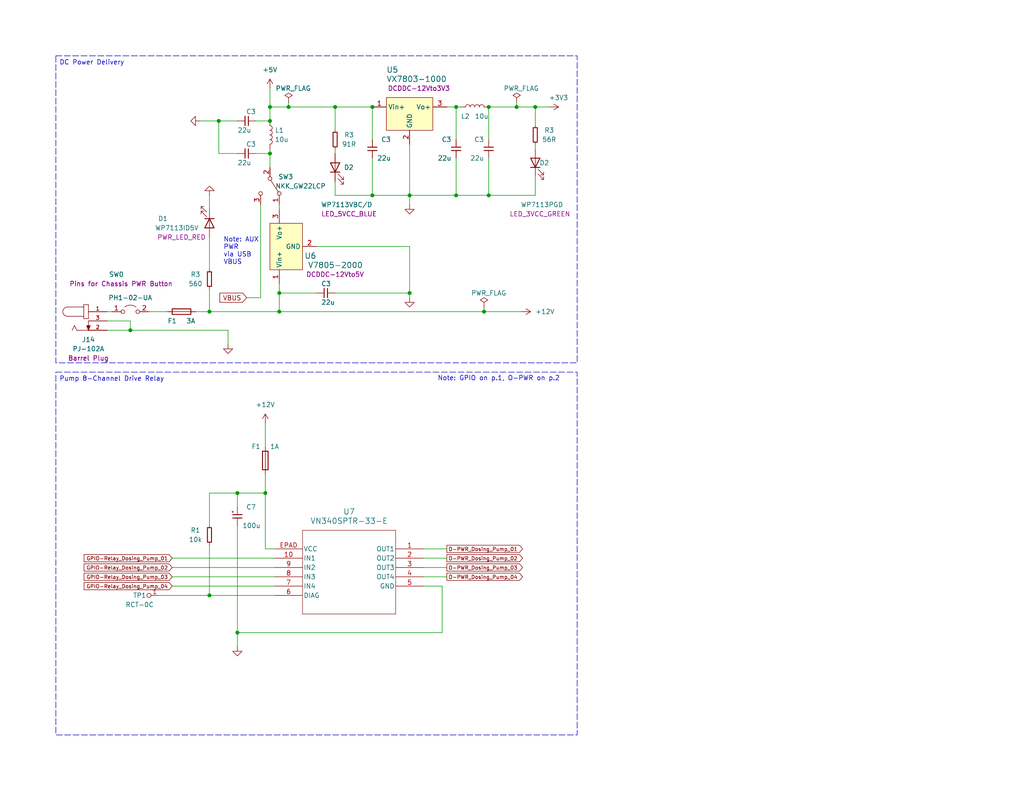
<source format=kicad_sch>
(kicad_sch (version 20230121) (generator eeschema)
  (paper "USLetter")
  (title_block (date "2024-01-30") (rev "48") (company "COEN/ELEC 490 Team 18"))
  (lib_symbols
    (symbol "Device:Fuse" (pin_numbers hide) (pin_names (offset 0))
      (property "Reference" "F" (at 2.032 0 90))
      (property "Value" "Fuse" (at -1.905 0 90))
      (symbol "Fuse_0_1"
        (rectangle (start -0.762 -2.54) (end 0.762 2.54) (stroke (width 0.254)))
        (polyline (pts (xy 0 2.54) (xy 0 -2.54)))
      )
      (symbol "Fuse_1_1"
        (pin passive line (at 0 3.81 270) (length 1.27) (name "~") (number "1"))
        (pin passive line (at 0 -3.81 90) (length 1.27) (name "~") (number "2"))
      )
    )
    (symbol "Device:L" (pin_numbers hide) (pin_names (offset 1.016) hide)
      (property "Reference" "L" (at -1.27 0 90))
      (property "Value" "L" (at 1.905 0 90))
      (symbol "L_0_1"
        (arc (start 0 -2.54) (mid 0.6323 -1.905) (end 0 -1.27))
        (arc (start 0 -1.27) (mid 0.6323 -0.635) (end 0 0))
        (arc (start 0 0) (mid 0.6323 0.635) (end 0 1.27))
        (arc (start 0 1.27) (mid 0.6323 1.905) (end 0 2.54))
      )
      (symbol "L_1_1"
        (pin passive line (at 0 3.81 270) (length 1.27) (name "1") (number "1"))
        (pin passive line (at 0 -3.81 90) (length 1.27) (name "2") (number "2"))
      )
    )
    (symbol "Device:LED" (pin_numbers hide) (pin_names (offset 1.016) hide)
      (property "Reference" "D" (at 0 2.54 0))
      (property "Value" "LED" (at 0 -2.54 0))
      (symbol "LED_0_1"
        (polyline (pts (xy -1.27 -1.27) (xy -1.27 1.27)) (stroke (width 0.254)))
        (polyline (pts (xy -1.27 0) (xy 1.27 0)))
        (polyline (pts (xy 1.27 -1.27) (xy 1.27 1.27) (xy -1.27 0) (xy 1.27 -1.27)) (stroke (width 0.254)))
        (polyline (pts (xy -3.048 -0.762) (xy -4.572 -2.286) (xy -3.81 -2.286) (xy -4.572 -2.286) (xy -4.572 -1.524)))
        (polyline (pts (xy -1.778 -0.762) (xy -3.302 -2.286) (xy -2.54 -2.286) (xy -3.302 -2.286) (xy -3.302 -1.524)))
      )
      (symbol "LED_1_1"
        (pin passive line (at -3.81 0 0) (length 2.54) (name "K") (number "1"))
        (pin passive line (at 3.81 0 180) (length 2.54) (name "A") (number "2"))
      )
    )
    (symbol "GND_6" (power) (pin_numbers hide) (pin_names (offset 0) hide)
      (property "Value" "GND_6" (at 0 -3.81 0))
      (symbol "GND_6_0_1"
        (polyline (pts (xy 0 0) (xy 0 -1.27) (xy 1.27 -1.27) (xy 0 -2.54) (xy -1.27 -1.27) (xy 0 -1.27)))
      )
      (symbol "GND_6_1_1"
        (pin power_in line (at 0 0 270) (length 0) hide (name "GND") (number "1"))
      )
    )
    (symbol "GND_9" (power) (pin_numbers hide) (pin_names (offset 0) hide)
      (property "Value" "GND_9" (at 0 -3.81 0))
      (symbol "GND_9_0_1"
        (polyline (pts (xy 0 0) (xy 0 -1.27) (xy 1.27 -1.27) (xy 0 -2.54) (xy -1.27 -1.27) (xy 0 -1.27)))
      )
      (symbol "GND_9_1_1"
        (pin power_in line (at 0 0 270) (length 0) hide (name "GND") (number "1"))
      )
    )
    (symbol "Jumper:Jumper_2_Open" (pin_names (offset 0) hide)
      (property "Reference" "JP" (at 0 2.794 0))
      (property "Value" "Jumper_2_Open" (at 0 -2.286 0))
      (symbol "Jumper_2_Open_0_0"
        (circle (center -2.032 0) (radius 0.508))
        (circle (center 2.032 0) (radius 0.508))
      )
      (symbol "Jumper_2_Open_0_1"
        (arc (start 1.524 1.27) (mid 0 1.778) (end -1.524 1.27))
      )
      (symbol "Jumper_2_Open_1_1"
        (pin passive line (at -5.08 0 0) (length 2.54) (name "A") (number "1"))
        (pin passive line (at 5.08 0 180) (length 2.54) (name "B") (number "2"))
      )
    )
    (symbol "PCM_Generic-50:C,IEC" (pin_numbers hide) (pin_names (offset 0) hide)
      (property "Reference" "C" (at 1.27 1.27 0))
      (property "Value" "C,IEC" (at 1.27 -1.27 0))
      (property "Indicator" "+" (at -1.27 1.27 0))
      (symbol "C,IEC_1_1"
        (polyline (pts (xy -1.27 -0.4572) (xy 1.27 -0.4572)) (stroke (width 0.254)))
        (polyline (pts (xy -1.27 0.4572) (xy 1.27 0.4572)) (stroke (width 0.254)))
        (pin passive line (at 0 2.54 270) (length 2.0828) (name "+") (number "1"))
        (pin passive line (at 0 -2.54 90) (length 2.0828) (name "-") (number "2"))
      )
    )
    (symbol "PCM_Generic-50:R,IEC" (pin_numbers hide) (pin_names (offset 0) hide)
      (property "Reference" "R" (at 1.27 1.27 0))
      (property "Value" "R,IEC" (at 1.27 -1.27 0))
      (symbol "R,IEC_1_1"
        (rectangle (start -0.5588 1.9812) (end 0.5588 -1.9812) (stroke (width 0.254)))
        (pin passive line (at 0 2.54 270) (length 0.5588) (name "+") (number "1"))
        (pin passive line (at 0 -2.54 90) (length 0.5588) (name "-") (number "2"))
      )
    )
    (symbol "PJ-102A:PJ-102A" (pin_names (offset 1.016))
      (property "Reference" "J" (at -7.6247 5.0831 0))
      (property "Value" "PJ-102A" (at -7.6284 -5.0856 0))
      (symbol "PJ-102A_0_0"
        (arc (start -5.715 3.81) (mid -6.9795 2.54) (end -5.715 1.27) (stroke (width 0.1524)))
        (polyline (pts (xy -5.715 3.81) (xy -1.27 3.81)) (stroke (width 0.1524)))
        (polyline (pts (xy -3.81 -1.27) (xy -4.445 -2.54)) (stroke (width 0.1524)))
        (polyline (pts (xy -3.175 -2.54) (xy -3.81 -1.27)) (stroke (width 0.1524)))
        (polyline (pts (xy -1.27 0.635) (xy 0 0.635)) (stroke (width 0.1524)))
        (polyline (pts (xy -1.27 1.27) (xy -5.715 1.27)) (stroke (width 0.1524)))
        (polyline (pts (xy -1.27 1.27) (xy -1.27 0.635)) (stroke (width 0.1524)))
        (polyline (pts (xy -1.27 3.81) (xy -1.27 1.27)) (stroke (width 0.1524)))
        (polyline (pts (xy -1.27 4.445) (xy -1.27 3.81)) (stroke (width 0.1524)))
        (polyline (pts (xy 0 -2.54) (xy -3.175 -2.54)) (stroke (width 0.1524)))
        (polyline (pts (xy 0 0) (xy 0 -2.54)) (stroke (width 0.1524)))
        (polyline (pts (xy 0 0.635) (xy 0 4.445)) (stroke (width 0.1524)))
        (polyline (pts (xy 0 4.445) (xy -1.27 4.445)) (stroke (width 0.1524)))
        (polyline (pts (xy 0 -2.54) (xy -0.508 -1.27) (xy 0.508 -1.27) (xy 0 -2.54)) (stroke (width 0.1524)) (fill (type outline)))
        (pin passive line (at 5.08 2.54 180) (length 5.08) (name "~") (number "1"))
        (pin passive line (at 5.08 -2.54 180) (length 5.08) (name "~") (number "2"))
        (pin passive line (at 5.08 0 180) (length 5.08) (name "~") (number "3"))
      )
    )
    (symbol "POWERSO-10_STM:VN340SPTR-33-E" (pin_names (offset 0.254))
      (property "Reference" "U" (at 20.32 10.16 0))
      (property "Value" "VN340SPTR-33-E" (at 20.32 7.62 0))
      (symbol "VN340SPTR-33-E_0_1"
        (polyline (pts (xy 7.62 -17.78) (xy 33.02 -17.78)) (stroke (width 0.127)))
        (polyline (pts (xy 7.62 5.08) (xy 7.62 -17.78)) (stroke (width 0.127)))
        (polyline (pts (xy 33.02 -17.78) (xy 33.02 5.08)) (stroke (width 0.127)))
        (polyline (pts (xy 33.02 5.08) (xy 7.62 5.08)) (stroke (width 0.127)))
        (pin output line (at 0 0 0) (length 7.62) (name "OUT1") (number "1"))
        (pin input line (at 40.64 -2.54 180) (length 7.62) (name "IN1") (number "10"))
        (pin output line (at 0 -2.54 0) (length 7.62) (name "OUT2") (number "2"))
        (pin output line (at 0 -5.08 0) (length 7.62) (name "OUT3") (number "3"))
        (pin output line (at 0 -7.62 0) (length 7.62) (name "OUT4") (number "4"))
        (pin power_in line (at 0 -10.16 0) (length 7.62) (name "GND") (number "5"))
        (pin input line (at 40.64 -12.7 180) (length 7.62) (name "DIAG") (number "6"))
        (pin input line (at 40.64 -10.16 180) (length 7.62) (name "IN4") (number "7"))
        (pin input line (at 40.64 -7.62 180) (length 7.62) (name "IN3") (number "8"))
        (pin input line (at 40.64 -5.08 180) (length 7.62) (name "IN2") (number "9"))
        (pin power_in line (at 40.64 0 180) (length 7.62) (name "VCC") (number "EPAD"))
      )
    )
    (symbol "Switch:SW_SPDT" (pin_names (offset 0) hide)
      (property "Reference" "SW" (at 0 4.318 0))
      (property "Value" "SW_SPDT" (at 0 -5.08 0))
      (symbol "SW_SPDT_0_0"
        (circle (center -2.032 0) (radius 0.508))
        (circle (center 2.032 -2.54) (radius 0.508))
      )
      (symbol "SW_SPDT_0_1"
        (polyline (pts (xy -1.524 0.254) (xy 1.651 2.286)))
        (circle (center 2.032 2.54) (radius 0.508))
      )
      (symbol "SW_SPDT_1_1"
        (pin passive line (at 5.08 2.54 180) (length 2.54) (name "A") (number "1"))
        (pin passive line (at -5.08 0 0) (length 2.54) (name "B") (number "2"))
        (pin passive line (at 5.08 -2.54 180) (length 2.54) (name "C") (number "3"))
      )
    )
    (symbol "dk_DC-DC-Converters:V7805-1000"
      (property "Reference" "U" (at -6.35 6.35 0))
      (property "Value" "V7805-1000" (at 1.27 -5.08 0))
      (symbol "V7805-1000_0_1"
        (rectangle (start -6.35 5.08) (end 6.35 -3.81) (fill (type background)))
      )
      (symbol "V7805-1000_1_1"
        (pin power_in line (at -10.16 2.54 0) (length 3.81) (name "Vin+") (number "1"))
        (pin power_in line (at 0 -7.62 90) (length 3.81) (name "GND") (number "2"))
        (pin power_out line (at 10.16 2.54 180) (length 3.81) (name "Vo+") (number "3"))
      )
    )
    (symbol "dk_Test-Points:RCT-0C" (pin_names (offset 1.016))
      (property "Reference" "TP" (at -2.54 1.27 0))
      (property "Value" "RCT-0C" (at 0 -2.54 0))
      (symbol "RCT-0C_0_1"
        (circle (center 0 0) (radius 0.5588))
      )
      (symbol "RCT-0C_1_1"
        (pin passive line (at 0 2.54 270) (length 1.905) (name "~") (number "1"))
      )
    )
    (symbol "power:+12V" (power) (pin_numbers hide) (pin_names (offset 0) hide)
      (property "Value" "+12V" (at 0 3.556 0))
      (symbol "+12V_0_1"
        (polyline (pts (xy -0.762 1.27) (xy 0 2.54)))
        (polyline (pts (xy 0 0) (xy 0 2.54)))
        (polyline (pts (xy 0 2.54) (xy 0.762 1.27)))
      )
      (symbol "+12V_1_1"
        (pin power_in line (at 0 0 90) (length 0) hide (name "+12V") (number "1"))
      )
    )
    (symbol "power:+3V3" (power) (pin_numbers hide) (pin_names (offset 0) hide)
      (property "Value" "+3V3" (at 0 3.556 0))
      (symbol "+3V3_0_1"
        (polyline (pts (xy -0.762 1.27) (xy 0 2.54)))
        (polyline (pts (xy 0 0) (xy 0 2.54)))
        (polyline (pts (xy 0 2.54) (xy 0.762 1.27)))
      )
      (symbol "+3V3_1_1"
        (pin power_in line (at 0 0 90) (length 0) hide (name "+3V3") (number "1"))
      )
    )
    (symbol "power:+5V" (power) (pin_numbers hide) (pin_names (offset 0) hide)
      (property "Value" "+5V" (at 0 3.556 0))
      (symbol "+5V_0_1"
        (polyline (pts (xy -0.762 1.27) (xy 0 2.54)))
        (polyline (pts (xy 0 0) (xy 0 2.54)))
        (polyline (pts (xy 0 2.54) (xy 0.762 1.27)))
      )
      (symbol "+5V_1_1"
        (pin power_in line (at 0 0 90) (length 0) hide (name "+5V") (number "1"))
      )
    )
    (symbol "power:GND" (power) (pin_numbers hide) (pin_names (offset 0) hide)
      (property "Value" "GND" (at 0 -3.81 0))
      (symbol "GND_0_1"
        (polyline (pts (xy 0 0) (xy 0 -1.27) (xy 1.27 -1.27) (xy 0 -2.54) (xy -1.27 -1.27) (xy 0 -1.27)))
      )
      (symbol "GND_1_1"
        (pin power_in line (at 0 0 270) (length 0) hide (name "GND") (number "1"))
      )
    )
    (symbol "power:PWR_FLAG" (power) (pin_numbers hide) (pin_names (offset 0) hide)
      (property "Value" "PWR_FLAG" (at 0 3.81 0))
      (symbol "PWR_FLAG_0_0"
        (pin power_out line (at 0 0 90) (length 0) (name "pwr") (number "1"))
      )
      (symbol "PWR_FLAG_0_1"
        (polyline (pts (xy 0 0) (xy 0 1.27) (xy -1.016 1.905) (xy 0 2.54) (xy 1.016 1.905) (xy 0 1.27)))
      )
    )
  )
  (junction (at 91.44 29.21))
  (junction (at 111.76 53.34))
  (junction (at 78.74 29.21))
  (junction (at 133.35 53.34))
  (junction (at 101.6 29.21))
  (junction (at 73.66 29.21))
  (junction (at 57.15 85.09))
  (junction (at 35.56 90.17))
  (junction (at 64.77 172.72))
  (junction (at 124.46 53.34))
  (junction (at 133.35 29.21))
  (junction (at 73.66 33.02))
  (junction (at 101.6 53.34))
  (junction (at 76.2 85.09))
  (junction (at 57.15 162.56))
  (junction (at 124.46 29.21))
  (junction (at 73.66 41.91))
  (junction (at 111.76 80.01))
  (junction (at 64.77 134.62))
  (junction (at 146.05 29.21))
  (junction (at 140.97 29.21))
  (junction (at 76.2 80.01))
  (junction (at 132.08 85.09))
  (junction (at 72.39 134.62))
  (junction (at 59.69 33.02))
  (wire (pts (xy 53.34 85.09) (xy 57.15 85.09)))
  (wire (pts (xy 46.99 157.48) (xy 74.93 157.48)))
  (wire (pts (xy 146.05 40.64) (xy 146.05 39.37)))
  (wire (pts (xy 69.85 33.02) (xy 73.66 33.02)))
  (wire (pts (xy 111.76 53.34) (xy 124.46 53.34)))
  (wire (pts (xy 73.66 29.21) (xy 73.66 33.02)))
  (wire (pts (xy 124.46 29.21) (xy 124.46 38.1)))
  (wire (pts (xy 29.21 85.09) (xy 30.48 85.09)))
  (wire (pts (xy 78.74 27.94) (xy 78.74 29.21)))
  (wire (pts (xy 133.35 29.21) (xy 140.97 29.21)))
  (wire (pts (xy 57.15 64.77) (xy 57.15 73.66)))
  (wire (pts (xy 35.56 90.17) (xy 62.23 90.17)))
  (wire (pts (xy 132.08 83.82) (xy 132.08 85.09)))
  (wire (pts (xy 101.6 38.1) (xy 101.6 29.21)))
  (wire (pts (xy 91.44 49.53) (xy 91.44 53.34)))
  (wire (pts (xy 64.77 134.62) (xy 72.39 134.62)))
  (wire (pts (xy 64.77 143.51) (xy 64.77 172.72)))
  (wire (pts (xy 35.56 87.63) (xy 35.56 90.17)))
  (wire (pts (xy 72.39 149.86) (xy 74.93 149.86)))
  (wire (pts (xy 76.2 55.88) (xy 76.2 57.15)))
  (wire (pts (xy 121.92 149.86) (xy 115.57 149.86)))
  (wire (pts (xy 73.66 29.21) (xy 78.74 29.21)))
  (wire (pts (xy 46.99 154.94) (xy 74.93 154.94)))
  (wire (pts (xy 91.44 80.01) (xy 111.76 80.01)))
  (wire (pts (xy 72.39 129.54) (xy 72.39 134.62)))
  (wire (pts (xy 71.12 55.88) (xy 71.12 81.28)))
  (wire (pts (xy 57.15 78.74) (xy 57.15 85.09)))
  (wire (pts (xy 91.44 41.91) (xy 91.44 40.64)))
  (wire (pts (xy 64.77 172.72) (xy 64.77 176.53)))
  (wire (pts (xy 76.2 85.09) (xy 132.08 85.09)))
  (wire (pts (xy 78.74 29.21) (xy 91.44 29.21)))
  (wire (pts (xy 57.15 143.51) (xy 57.15 134.62)))
  (wire (pts (xy 43.18 162.56) (xy 57.15 162.56)))
  (wire (pts (xy 91.44 53.34) (xy 101.6 53.34)))
  (wire (pts (xy 120.65 160.02) (xy 115.57 160.02)))
  (wire (pts (xy 101.6 43.18) (xy 101.6 53.34)))
  (wire (pts (xy 121.92 154.94) (xy 115.57 154.94)))
  (wire (pts (xy 64.77 134.62) (xy 64.77 138.43)))
  (wire (pts (xy 146.05 29.21) (xy 149.86 29.21)))
  (wire (pts (xy 73.66 24.13) (xy 73.66 29.21)))
  (wire (pts (xy 121.92 157.48) (xy 115.57 157.48)))
  (wire (pts (xy 124.46 29.21) (xy 125.73 29.21)))
  (wire (pts (xy 120.65 160.02) (xy 120.65 172.72)))
  (wire (pts (xy 121.92 29.21) (xy 124.46 29.21)))
  (wire (pts (xy 132.08 85.09) (xy 142.24 85.09)))
  (wire (pts (xy 124.46 53.34) (xy 133.35 53.34)))
  (wire (pts (xy 140.97 29.21) (xy 146.05 29.21)))
  (wire (pts (xy 64.77 172.72) (xy 120.65 172.72)))
  (wire (pts (xy 91.44 29.21) (xy 101.6 29.21)))
  (wire (pts (xy 29.21 87.63) (xy 35.56 87.63)))
  (wire (pts (xy 72.39 134.62) (xy 72.39 149.86)))
  (wire (pts (xy 133.35 53.34) (xy 146.05 53.34)))
  (wire (pts (xy 54.61 33.02) (xy 59.69 33.02)))
  (wire (pts (xy 91.44 29.21) (xy 91.44 35.56)))
  (wire (pts (xy 111.76 55.88) (xy 111.76 53.34)))
  (wire (pts (xy 76.2 77.47) (xy 76.2 80.01)))
  (wire (pts (xy 46.99 152.4) (xy 74.93 152.4)))
  (wire (pts (xy 72.39 115.57) (xy 72.39 121.92)))
  (wire (pts (xy 140.97 27.94) (xy 140.97 29.21)))
  (wire (pts (xy 146.05 48.26) (xy 146.05 53.34)))
  (wire (pts (xy 57.15 162.56) (xy 74.93 162.56)))
  (wire (pts (xy 133.35 43.18) (xy 133.35 53.34)))
  (wire (pts (xy 133.35 29.21) (xy 133.35 38.1)))
  (wire (pts (xy 57.15 148.59) (xy 57.15 162.56)))
  (wire (pts (xy 101.6 53.34) (xy 111.76 53.34)))
  (wire (pts (xy 62.23 90.17) (xy 62.23 93.98)))
  (wire (pts (xy 46.99 160.02) (xy 74.93 160.02)))
  (wire (pts (xy 124.46 43.18) (xy 124.46 53.34)))
  (wire (pts (xy 111.76 39.37) (xy 111.76 53.34)))
  (wire (pts (xy 59.69 41.91) (xy 64.77 41.91)))
  (wire (pts (xy 59.69 33.02) (xy 59.69 41.91)))
  (wire (pts (xy 76.2 80.01) (xy 76.2 85.09)))
  (wire (pts (xy 73.66 41.91) (xy 73.66 45.72)))
  (wire (pts (xy 57.15 53.34) (xy 57.15 57.15)))
  (wire (pts (xy 73.66 41.91) (xy 73.66 40.64)))
  (wire (pts (xy 69.85 41.91) (xy 73.66 41.91)))
  (wire (pts (xy 111.76 81.28) (xy 111.76 80.01)))
  (wire (pts (xy 146.05 29.21) (xy 146.05 34.29)))
  (wire (pts (xy 121.92 152.4) (xy 115.57 152.4)))
  (wire (pts (xy 86.36 67.31) (xy 111.76 67.31)))
  (wire (pts (xy 35.56 90.17) (xy 29.21 90.17)))
  (wire (pts (xy 59.69 33.02) (xy 64.77 33.02)))
  (wire (pts (xy 111.76 80.01) (xy 111.76 67.31)))
  (wire (pts (xy 40.64 85.09) (xy 45.72 85.09)))
  (wire (pts (xy 57.15 85.09) (xy 76.2 85.09)))
  (wire (pts (xy 67.31 81.28) (xy 71.12 81.28)))
  (wire (pts (xy 57.15 134.62) (xy 64.77 134.62)))
  (wire (pts (xy 76.2 80.01) (xy 86.36 80.01)))
  (text_box "DC Power Delivery" (at 15.24 15.24 0) (size 142.24 83.82) (stroke (width 0) (type dash)) (effects (font (size 1.27 1.27)) (justify left top)))
  (text_box "Pump 8-Channel Drive Relay" (at 15.24 101.6 0) (size 142.24 99.06) (stroke (width 0) (type dash)) (effects (font (size 1.27 1.27)) (justify left top)))
  (text "Note: AUX \nPWR\nvia USB \nVBUS" (at 60.96 72.39 0) (effects (font (size 1.27 1.27)) (justify left bottom)))
  (text "Note: GPIO on p.1, O-PWR on p.2" (at 119.38 104.14 0) (effects (font (size 1.27 1.27)) (justify left bottom)))
  (global_label "GPIO-Relay_Dosing_Pump_01" (shape input) (at 46.99 152.4 180) (effects (font (size 1 1))) (property "Intersheetrefs" "${INTERSHEET_REFS}" (effects hide)))
  (global_label "GPIO-Relay_Dosing_Pump_02" (shape input) (at 46.99 154.94 180) (effects (font (size 1 1))) (property "Intersheetrefs" "${INTERSHEET_REFS}" (effects hide)))
  (global_label "O-PWR_Dosing_Pump_04" (shape output) (at 121.92 157.48 0) (effects (font (size 1 1))) (property "Intersheetrefs" "${INTERSHEET_REFS}" (effects hide)))
  (global_label "O-PWR_Dosing_Pump_02" (shape output) (at 121.92 152.4 0) (effects (font (size 1 1))) (property "Intersheetrefs" "${INTERSHEET_REFS}" (effects hide)))
  (global_label "O-PWR_Dosing_Pump_01" (shape output) (at 121.92 149.86 0) (effects (font (size 1 1))) (property "Intersheetrefs" "${INTERSHEET_REFS}" (effects hide)))
  (global_label "GPIO-Relay_Dosing_Pump_03" (shape input) (at 46.99 157.48 180) (effects (font (size 1 1))) (property "Intersheetrefs" "${INTERSHEET_REFS}" (effects hide)))
  (global_label "O-PWR_Dosing_Pump_03" (shape output) (at 121.92 154.94 0) (effects (font (size 1 1))) (property "Intersheetrefs" "${INTERSHEET_REFS}" (effects hide)))
  (global_label "GPIO-Relay_Dosing_Pump_04" (shape input) (at 46.99 160.02 180) (effects (font (size 1 1))) (property "Intersheetrefs" "${INTERSHEET_REFS}" (effects hide)))
  (global_label "VBUS" (shape input) (at 67.31 81.28 180) (property "Intersheetrefs" "${INTERSHEET_REFS}" (effects hide)))
  (symbol (lib_id "PCM_Generic-50:C,IEC") (at 133.35 40.64 180) (unit 1)
    (property "Reference" "C3" (at 132.08 38.1 0) (effects (justify left)))
    (property "Value" "22u" (at 132.08 43.18 0) (effects (justify left)))
    (property "Footprint" "Capacitor_THT:C_Disc_D7.5mm_W5.0mm_P7.50mm" (effects hide))
    (property "Indicator" "+" (effects hide))
    (property "Description" "THT CER Radial Capacitor" (effects hide))
    (property "Package" "Radial" (effects hide))
    (property "Type" "Tru-Hole" (effects hide))
    (property "Digi-Key_PN" "445-181008-ND" (effects hide))
    (property "MPN" "CC45SL3JD220JYGNA" (effects hide))
    (property "Manufacturer" "TDK Corporation" (effects hide))
    (property "Price" "0.37000" (effects hide))
    (property "Supplier" "Digikey" (effects hide))
    (instances (project "490 Project PCB" (path "" (reference "C3") (unit 1)) (path "" (reference "C10") (unit 1))))
  )
  (symbol (lib_id "power:GND") (at 54.61 33.02 270) (mirror x) (unit 1)
    (property "Reference" "#PWR020" (effects hide))
    (property "Value" "GND" (effects hide))
    (instances (project "490 Project PCB" (path "" (reference "#PWR020") (unit 1)) (path "" (reference "#PWR044") (unit 1))))
  )
  (symbol (lib_id "Device:LED") (at 57.15 60.96 270) (unit 1)
    (property "Reference" "D1" (at 44.45 59.69 90))
    (property "Value" "WP7113ID5V" (at 48.26 62.23 90))
    (property "Footprint" "LED_THT:LED_D3.0mm" (effects hide))
    (property "Model" "LTHxMM12V" (effects hide))
    (property "Human Read Label" "PWR_LED_RED" (at 49.53 64.77 90))
    (property "MPN" "WP7113ID5V" (effects hide))
    (property "Manufacturer" "Kingbright" (effects hide))
    (property "Description" "12V Resistor LED: LED RED CLEAR T-1 T/H" (effects hide))
    (property "Digi-Key_PN" "LTH3MM12VFR4100-ND" (effects hide))
    (property "Package" "Radial" (effects hide))
    (property "Type" "Tru-Hole" (effects hide))
    (property "Price" "1.78000" (effects hide))
    (property "Supplier" "Digikey" (effects hide))
    (instances (project "490 Project PCB" (path "" (reference "D1") (unit 1)) (path "" (reference "D6") (unit 1))))
  )
  (symbol (lib_id "PCM_Generic-50:R,IEC") (at 146.05 36.83 0) (unit 1)
    (property "Reference" "R3" (at 149.86 35.56 0))
    (property "Value" "56R" (at 149.86 38.1 0))
    (property "Footprint" "Resistor_THT:R_Axial_DIN0207_L6.3mm_D2.5mm_P7.62mm_Horizontal" (effects hide))
    (property "Indicator" "+" (effects hide))
    (property "Description" "THT Axial Resistor" (effects hide))
    (property "Package" "Axial" (effects hide))
    (property "Type" "Tru-Hole" (effects hide))
    (property "Family" "CFR-25JR" (effects hide))
    (property "MPN" "CFR-25JR-56R" (effects hide))
    (property "Manufacturer" "YAGEO" (effects hide))
    (property "Price" "0.15000" (effects hide))
    (property "Supplier" "Digikey" (effects hide))
    (property "Digi-Key_PN" "13-CFR-25JR-52-56RTR-ND" (effects hide))
    (instances (project "490 Project PCB" (path "" (reference "R3") (unit 1)) (path "" (reference "R10") (unit 1)) (path "" (reference "R7") (unit 1))))
  )
  (symbol (lib_id "PJ-102A:PJ-102A") (at 24.13 87.63 0) (unit 1)
    (property "Reference" "J14" (at 24.13 92.71 0))
    (property "Value" "PJ-102A" (at 24.13 95.25 0))
    (property "Footprint" "PJ-102:PJ-102A" (effects hide))
    (property "Datasheet" "https://www.cui.com/product/resource/digikeypdf/pj-102a.pdf" (effects hide))
    (property "Digi-Key_PN" "CP-102A-ND" (effects hide))
    (property "MPN" "PJ-102A" (effects hide))
    (property "Category" "Connectors, Interconnects" (effects hide))
    (property "Family" "Barrel - Power Connectors" (effects hide))
    (property "DK_Datasheet_Link" "https://www.cui.com/product/resource/digikeypdf/pj-102a.pdf" (effects hide))
    (property "DK_Detail_Page" "/product-detail/en/cui-inc/PJ-102A/CP-102A-ND/275425" (effects hide))
    (property "Description" "CONN PWR JACK 2X5.5MM SOLDER" (effects hide))
    (property "Manufacturer" "CUI Inc." (effects hide))
    (property "Status" "Active" (effects hide))
    (property "Human Read Label" "Barrel Plug" (at 24.13 97.79 0))
    (property "Type" "Tru-Hole" (effects hide))
    (property "Price" "0.94000" (effects hide))
    (property "Supplier" "Digikey" (effects hide))
    (property "STANDARD" "Manufacturer recommendations" (effects hide))
    (property "PART_REV" "1.03" (effects hide))
    (property "MANUFACTURER" "CUI INC" (effects hide))
    (instances (project "490 Project PCB" (path "" (reference "J14") (unit 1)) (path "" (reference "J9") (unit 1))))
  )
  (symbol (lib_id "PCM_Generic-50:R,IEC") (at 57.15 76.2 0) (mirror x) (unit 1)
    (property "Reference" "R3" (at 53.34 74.93 0))
    (property "Value" "560" (at 53.34 77.47 0))
    (property "Footprint" "Resistor_THT:R_Axial_DIN0207_L6.3mm_D2.5mm_P7.62mm_Horizontal" (effects hide))
    (property "Indicator" "+" (effects hide))
    (property "Description" "THT Axial Resistor" (effects hide))
    (property "Package" "Axial" (effects hide))
    (property "Type" "Tru-Hole" (effects hide))
    (property "Family" "CFR-25JR" (effects hide))
    (property "MPN" "CFR-25JR-560R" (effects hide))
    (property "Manufacturer" "YAGEO" (effects hide))
    (property "Price" "0.15000" (effects hide))
    (property "Supplier" "Digikey" (effects hide))
    (property "Digi-Key_PN" "13-CFR-25JR-52-560RTR-ND" (effects hide))
    (instances (project "490 Project PCB" (path "" (reference "R3") (unit 1)) (path "" (reference "R9") (unit 1)) (path "" (reference "R15") (unit 1))))
  )
  (symbol (lib_id "PCM_Generic-50:C,IEC") (at 67.31 33.02 90) (unit 1)
    (property "Reference" "C3" (at 69.85 30.48 90) (effects (justify left)))
    (property "Value" "22u" (at 68.58 35.56 90) (effects (justify left)))
    (property "Footprint" "Capacitor_THT:C_Disc_D7.5mm_W5.0mm_P7.50mm" (effects hide))
    (property "Indicator" "+" (effects hide))
    (property "Description" "THT CER Radial Capacitor" (effects hide))
    (property "Package" "Radial" (effects hide))
    (property "Type" "Tru-Hole" (effects hide))
    (property "Digi-Key_PN" "445-181008-ND" (effects hide))
    (property "MPN" "CC45SL3JD220JYGNA" (effects hide))
    (property "Manufacturer" "TDK Corporation" (effects hide))
    (property "Price" "0.37000" (effects hide))
    (property "Supplier" "Digikey" (effects hide))
    (instances (project "490 Project PCB" (path "" (reference "C3") (unit 1)) (path "" (reference "C20") (unit 1))))
  )
  (symbol (lib_name "GND_6") (lib_id "power:GND") (at 111.76 81.28 0) (unit 1)
    (property "Reference" "#PWR016" (effects hide))
    (property "Value" "GND" (effects hide))
    (instances (project "490 Project PCB" (path "" (reference "#PWR016") (unit 1)) (path "" (reference "#PWR048") (unit 1))))
  )
  (symbol (lib_id "Jumper:Jumper_2_Open") (at 35.56 85.09 0) (unit 1)
    (property "Reference" "SW0" (at 31.75 74.93 0))
    (property "Value" "PH1-02-UA" (at 35.56 81.28 0))
    (property "Footprint" "Connector_PinHeader_2.54mm:PinHeader_1x02_P2.54mm_Vertical" (effects hide))
    (property "MPN" "PH1-02-UA" (effects hide))
    (property "Human Read Label" "Pins for Chassis PWR Button" (at 33.02 77.47 0))
    (property "Description" "Connector Header Through Hole 2 position 0.100\" (2.54mm)" (effects hide))
    (property "Digi-Key_PN" "2057-PH1-02-UA-ND" (effects hide))
    (property "Manufacturer" "Adam Tech" (effects hide))
    (property "Package" "CONN HEADER VERT 2POS 2.54MM" (effects hide))
    (property "Price" "0.14000" (effects hide))
    (property "Supplier" "Digikey" (effects hide))
    (property "Type" "Tru-Hole" (effects hide))
  )
  (symbol (lib_id "Device:LED") (at 146.05 44.45 90) (unit 1)
    (property "Reference" "D2" (at 149.86 44.45 90) (effects (justify left)))
    (property "Value" "WP7113PGD" (at 153.67 55.88 90) (effects (justify left)))
    (property "Footprint" "LED_THT:LED_D3.0mm" (effects hide))
    (property "Human Read Label" "LED_3VCC_GREEN" (at 147.32 58.42 90))
    (property "Description" "LED Green: LED GREEN DIFFUSED T-1 3/4 T/H" (effects hide))
    (property "Package" "Radial" (effects hide))
    (property "Suplier P/N" "WP7113ZGC" (effects hide))
    (property "Type" "Tru-Hole" (effects hide))
    (property "Digi-Key_PN" "754-1897-ND" (effects hide))
    (property "MPN" "WP7113PGD" (effects hide))
    (property "Manufacturer" "Kingbright" (effects hide))
    (property "Price" "0.58000" (effects hide))
    (property "Supplier" "Digikey" (effects hide))
    (instances (project "490 Project PCB" (path "" (reference "D2") (unit 1)) (path "" (reference "D5") (unit 1))))
  )
  (symbol (lib_id "Switch:SW_SPDT") (at 73.66 50.8 270) (unit 1)
    (property "Reference" "SW3" (at 80.01 48.26 90) (effects (justify right)))
    (property "Value" "NKK_GW22LCP" (at 88.9 50.8 90) (effects (justify right)))
    (property "Footprint" "Button_Switch_THT:SW_NKK_GW12LJP" (effects hide))
    (property "Datasheet" "https://www.nkkswitches.com/pdf/GW.pdf" (effects hide))
    (property "MPN" "GW22LCP" (effects hide))
    (property "Manufacturer" "NKK Switches" (effects hide))
    (property "Description" "SWITCH ROCKER DPDT 0.4VA 28V" (effects hide))
    (property "Digi-Key_PN" "360-2804-ND" (effects hide))
    (property "Type" "Tru-Hole" (effects hide))
    (property "Price" "5.99000" (effects hide))
    (property "Supplier" "Digikey" (effects hide))
  )
  (symbol (lib_id "Device:Fuse") (at 72.39 125.73 180) (unit 1)
    (property "Reference" "F1" (at 69.85 121.92 0))
    (property "Value" "1A" (at 74.93 121.92 0))
    (property "Footprint" "Keystone - 4628:FUSE_4628" (effects hide))
    (property "MPN" "4628" (effects hide))
    (property "STANDARD" "Manufacturer Recommendation" (effects hide))
    (property "SNAPEDA_PN" "4628" (effects hide))
    (property "MAXIMUM_PACKAGE_HEIGHT" "11.99mm" (effects hide))
    (property "MANUFACTURER" "Keystone" (effects hide))
    (property "Description" "Fuse Holder 5 A 250V 1 Circuit Cartridge Through Hole" (effects hide))
    (property "Digi-Key_PN" "36-4628-ND" (effects hide))
    (property "Manufacturer" "Keystone" (effects hide))
    (property "Package" "5mm x 20mm" (effects hide))
    (property "Price" "1.04000" (effects hide))
    (property "Supplier" "Digikey" (effects hide))
    (property "Type" "Tru-Hole" (effects hide))
    (instances (project "490 Project PCB" (path "" (reference "F1") (unit 1)) (path "" (reference "XF4") (unit 1))))
  )
  (symbol (lib_id "PCM_Generic-50:R,IEC") (at 57.15 146.05 0) (mirror y) (unit 1)
    (property "Reference" "R1" (at 53.34 144.78 0))
    (property "Value" "10k" (at 53.34 147.32 0))
    (property "Footprint" "Resistor_THT:R_Axial_DIN0207_L6.3mm_D2.5mm_P7.62mm_Horizontal" (effects hide))
    (property "Indicator" "+" (effects hide))
    (property "Description" "THT Axial Resistor" (effects hide))
    (property "Package" "Axial" (effects hide))
    (property "Type" "Tru-Hole" (effects hide))
    (property "Family" "CFR-25JR" (effects hide))
    (property "MPN" "CFR-25JR-10K" (effects hide))
    (property "Manufacturer" "YAGEO" (effects hide))
    (property "Price" "0.15000" (effects hide))
    (property "Supplier" "Digikey" (effects hide))
    (property "Digi-Key_PN" "13-CFR-25JR-52-10KTR-ND" (effects hide))
    (instances (project "490 Project PCB" (path "" (reference "R1") (unit 1)) (path "" (reference "R19") (unit 1))))
  )
  (symbol (lib_id "dk_DC-DC-Converters:V7805-1000") (at 111.76 31.75 0) (unit 1)
    (property "Reference" "U5" (at 105.41 19.05 0) (effects (font (size 1.524 1.524)) (justify left)))
    (property "Value" "VX7803-1000" (at 105.41 21.59 0) (effects (font (size 1.524 1.524)) (justify left)))
    (property "Footprint" "digikey-footprints:3-SIP_Module_V7805-1000" (effects hide))
    (property "Datasheet" "https://www.cui.com/product/resource/digikeypdf/v78xx-1000.pdf" (effects hide))
    (property "Digi-Key_PN" "102-4252-ND" (effects hide))
    (property "MPN" "VX7803-1000" (effects hide))
    (property "Category" "Power Supplies - Board Mount" (effects hide))
    (property "Family" "DC DC Converters" (effects hide))
    (property "DK_Datasheet_Link" "https://www.cui.com/product/resource/digikeypdf/v78xx-1000.pdf" (effects hide))
    (property "DK_Detail_Page" "/product-detail/en/cui-inc/V7805-1000/102-1715-ND/1828608" (effects hide))
    (property "Description" "Linear Regulator Replacement DC DC Converter 1 Output 3.3V 1A 6V - 36V Input" (effects hide))
    (property "Manufacturer" "CUI Inc." (effects hide))
    (property "Status" "Active" (effects hide))
    (property "Human Read Label" "DCDDC-12Vto3V3" (at 114.3 24.13 0))
    (property "Package" "3-SIP Module" (effects hide))
    (property "Type" "Tru-Hole" (effects hide))
    (property "Price" "4.88000" (effects hide))
    (property "Supplier" "Digikey" (effects hide))
  )
  (symbol (lib_id "power:+3V3") (at 149.86 29.21 270) (mirror x) (unit 1)
    (property "Reference" "#PWR017" (effects hide))
    (property "Value" "+3V3" (at 152.4 26.67 90))
    (instances (project "490 Project PCB" (path "" (reference "#PWR017") (unit 1)) (path "" (reference "#PWR043") (unit 1))))
  )
  (symbol (lib_id "power:PWR_FLAG") (at 78.74 27.94 0) (mirror y) (unit 1)
    (property "Reference" "#FLG02" (effects hide))
    (property "Value" "PWR_FLAG" (at 80.01 24.13 0))
  )
  (symbol (lib_id "power:+12V") (at 72.39 115.57 0) (unit 1)
    (property "Reference" "#PWR037" (effects hide))
    (property "Value" "+12V" (at 72.39 110.49 0))
    (instances (project "490 Project PCB" (path "" (reference "#PWR037") (unit 1)) (path "" (reference "#PWR045") (unit 1))))
  )
  (symbol (lib_id "power:+12V") (at 142.24 85.09 270) (unit 1)
    (property "Reference" "#PWR037" (effects hide))
    (property "Value" "+12V" (at 146.05 85.09 90) (effects (justify left)))
    (instances (project "490 Project PCB" (path "" (reference "#PWR037") (unit 1)) (path "" (reference "#PWR049") (unit 1))))
  )
  (symbol (lib_id "dk_DC-DC-Converters:V7805-1000") (at 78.74 67.31 90) (unit 1)
    (property "Reference" "U6" (at 86.36 69.85 90) (effects (font (size 1.524 1.524)) (justify left)))
    (property "Value" "V7805-2000" (at 99.06 72.39 90) (effects (font (size 1.524 1.524)) (justify left)))
    (property "Footprint" "digikey-footprints:3-SIP_Module_V7805-1000" (effects hide))
    (property "Datasheet" "https://www.cui.com/product/resource/digikeypdf/v78xx-1000.pdf" (effects hide))
    (property "Digi-Key_PN" "102-2175-ND" (effects hide))
    (property "MPN" "V7805-1000" (effects hide))
    (property "Category" "Power Supplies - Board Mount" (effects hide))
    (property "Family" "DC DC Converters" (effects hide))
    (property "DK_Datasheet_Link" "https://www.cui.com/product/resource/digikeypdf/v78xx-1000.pdf" (effects hide))
    (property "DK_Detail_Page" "/product-detail/en/cui-inc/V7805-1000/102-1715-ND/1828608" (effects hide))
    (property "Description" "Linear Regulator Replacement DC DC Converter 1 Output 5V 2A 7V - 18V Input" (effects hide))
    (property "Manufacturer" "CUI Inc." (effects hide))
    (property "Status" "Active" (effects hide))
    (property "Human Read Label" "DCDDC-12Vto5V" (at 91.44 74.93 90))
    (property "Package" "3-SIP Module" (effects hide))
    (property "Type" "Tru-Hole" (effects hide))
    (property "Price" "14.19000" (effects hide))
    (property "Supplier" "Digikey" (effects hide))
  )
  (symbol (lib_id "PCM_Generic-50:C,IEC") (at 88.9 80.01 270) (unit 1)
    (property "Reference" "C3" (at 87.63 77.47 90) (effects (justify left)))
    (property "Value" "22u" (at 87.63 82.55 90) (effects (justify left)))
    (property "Footprint" "Capacitor_THT:C_Disc_D7.5mm_W5.0mm_P7.50mm" (effects hide))
    (property "Indicator" "+" (effects hide))
    (property "Description" "THT CER Radial Capacitor" (effects hide))
    (property "Package" "Radial" (effects hide))
    (property "Type" "Tru-Hole" (effects hide))
    (property "Digi-Key_PN" "445-181008-ND" (effects hide))
    (property "MPN" "CC45SL3JD220JYGNA" (effects hide))
    (property "Manufacturer" "TDK Corporation" (effects hide))
    (property "Price" "0.37000" (effects hide))
    (property "Supplier" "Digikey" (effects hide))
    (instances (project "490 Project PCB" (path "" (reference "C3") (unit 1)) (path "" (reference "C18") (unit 1))))
  )
  (symbol (lib_id "power:PWR_FLAG") (at 140.97 27.94 0) (mirror y) (unit 1)
    (property "Reference" "#FLG02" (effects hide))
    (property "Value" "PWR_FLAG" (at 142.24 24.13 0))
    (instances (project "490 Project PCB" (path "" (reference "#FLG02") (unit 1)) (path "" (reference "#FLG03") (unit 1))))
  )
  (symbol (lib_id "power:GND") (at 62.23 93.98 0) (mirror y) (unit 1)
    (property "Reference" "#PWR020" (effects hide))
    (property "Value" "GND" (effects hide))
    (instances (project "490 Project PCB" (path "" (reference "#PWR020") (unit 1)) (path "" (reference "#PWR052") (unit 1))))
  )
  (symbol (lib_id "PCM_Generic-50:C,IEC") (at 67.31 41.91 90) (unit 1)
    (property "Reference" "C3" (at 69.85 39.37 90) (effects (justify left)))
    (property "Value" "22u" (at 68.58 44.45 90) (effects (justify left)))
    (property "Footprint" "Capacitor_THT:C_Disc_D7.5mm_W5.0mm_P7.50mm" (effects hide))
    (property "Indicator" "+" (effects hide))
    (property "Description" "THT CER Radial Capacitor" (effects hide))
    (property "Package" "Radial" (effects hide))
    (property "Type" "Tru-Hole" (effects hide))
    (property "Digi-Key_PN" "445-181008-ND" (effects hide))
    (property "MPN" "CC45SL3JD220JYGNA" (effects hide))
    (property "Manufacturer" "TDK Corporation" (effects hide))
    (property "Price" "0.37000" (effects hide))
    (property "Supplier" "Digikey" (effects hide))
    (instances (project "490 Project PCB" (path "" (reference "C3") (unit 1)) (path "" (reference "C11") (unit 1))))
  )
  (symbol (lib_id "power:+5V") (at 73.66 24.13 0) (mirror y) (unit 1)
    (property "Reference" "#PWR042" (effects hide))
    (property "Value" "+5V" (at 73.66 19.05 0))
  )
  (symbol (lib_id "POWERSO-10_STM:VN340SPTR-33-E") (at 115.57 149.86 0) (mirror y) (unit 1)
    (property "Reference" "U7" (at 95.25 139.7 0) (effects (font (size 1.524 1.524))))
    (property "Value" "VN340SPTR-33-E" (at 95.25 142.24 0) (effects (font (size 1.524 1.524))))
    (property "Footprint" "VN340SPTR_33_E:PowerSO-10_STM" (effects hide))
    (property "Datasheet" "VN340SPTR-33-E" (effects hide))
    (property "Description" "Power Switch/Driver 1:1 N-Channel 1A 10-PowerSO" (effects hide))
    (property "Digi-Key_PN" "497-19252-ND" (effects hide))
    (property "MPN" "VN340SP-33-E" (effects hide))
    (property "Manufacturer" "STMicroelectronics" (effects hide))
    (property "Package" "10-PowerSO" (effects hide))
    (property "Price" "9.21" (effects hide))
    (property "Supplier" "Digikey" (effects hide))
    (property "Type" "SMD" (effects hide))
  )
  (symbol (lib_name "GND_9") (lib_id "power:GND") (at 64.77 176.53 0) (unit 1)
    (property "Reference" "#PWR034" (effects hide))
    (property "Value" "GND" (effects hide))
    (instances (project "490 Project PCB" (path "" (reference "#PWR034") (unit 1)) (path "" (reference "#PWR050") (unit 1))))
  )
  (symbol (lib_id "PCM_Generic-50:R,IEC") (at 91.44 38.1 0) (unit 1)
    (property "Reference" "R3" (at 95.25 36.83 0))
    (property "Value" "91R" (at 95.25 39.37 0))
    (property "Footprint" "Resistor_THT:R_Axial_DIN0207_L6.3mm_D2.5mm_P7.62mm_Horizontal" (effects hide))
    (property "Indicator" "+" (effects hide))
    (property "Description" "THT Axial Resistor" (effects hide))
    (property "Package" "Axial" (effects hide))
    (property "Type" "Tru-Hole" (effects hide))
    (property "Family" "CFR-25JR" (effects hide))
    (property "MPN" "CFR-25JR-91R" (effects hide))
    (property "Manufacturer" "YAGEO" (effects hide))
    (property "Price" "0.15000" (effects hide))
    (property "Supplier" "Digikey" (effects hide))
    (property "Digi-Key_PN" "13-CFR-25JR-52-91RTR-ND" (effects hide))
    (instances (project "490 Project PCB" (path "" (reference "R3") (unit 1)) (path "" (reference "R10") (unit 1)) (path "" (reference "R16") (unit 1))))
  )
  (symbol (lib_id "Device:L") (at 129.54 29.21 90) (unit 1)
    (property "Reference" "L2" (at 125.73 31.75 90) (effects (justify right)))
    (property "Value" "10u" (at 129.54 31.75 90) (effects (justify right)))
    (property "Footprint" "Inductor_THT:L_Radial_D7.8mm_P5.00mm_Fastron_07HCP" (effects hide))
    (property "Human Read Label" "RIPL-FLTR-3V3" (effects hide))
    (property "Description" "THT Radial Inductor" (effects hide))
    (property "Package" "Radial" (effects hide))
    (property "Type" "Tru-Hole" (effects hide))
    (property "Family" "RCR875DNP" (effects hide))
    (property "Manufacturer" "Sumida America Components Inc." (effects hide))
    (property "Digi-Key_PN" "308-2110-ND" (effects hide))
    (property "MPN" "RCR875DNP-100L" (effects hide))
    (property "Price" "1.38000" (effects hide))
    (property "Supplier" "Digikey" (effects hide))
  )
  (symbol (lib_name "GND_6") (lib_id "power:GND") (at 111.76 55.88 0) (unit 1)
    (property "Reference" "#PWR016" (effects hide))
    (property "Value" "GND" (effects hide))
    (instances (project "490 Project PCB" (path "" (reference "#PWR016") (unit 1)) (path "" (reference "#PWR047") (unit 1))))
  )
  (symbol (lib_id "PCM_Generic-50:C,IEC") (at 64.77 140.97 0) (mirror y) (unit 1)
    (property "Reference" "C7" (at 69.85 138.43 0) (effects (justify left)))
    (property "Value" "100u" (at 71.12 143.51 0) (effects (justify left)))
    (property "Footprint" "Capacitor_THT:CP_Radial_D10.0mm_P5.00mm" (effects hide))
    (property "Indicator" "+" (at 63.5 139.7 0) (effects (font (size 0.635 0.635))))
    (property "Human Read Label" "C_ADC_TDS" (effects hide))
    (property "Description" "THT ELEC Radial Capacitor" (effects hide))
    (property "Package" "Radial" (effects hide))
    (property "Type" "Tru-Hole" (effects hide))
    (property "Digi-Key_PN" "P10343-ND" (effects hide))
    (property "MPN" "EEU-FC1J101" (effects hide))
    (property "Manufacturer" "Panasonic Electronic Components" (effects hide))
    (property "Price" "0.85000" (effects hide))
    (property "Supplier" "Digikey" (effects hide))
    (instances (project "490 Project PCB" (path "" (reference "C7") (unit 1)) (path "" (reference "C13") (unit 1)) (path "" (reference "C21") (unit 1))))
  )
  (symbol (lib_id "dk_Test-Points:RCT-0C") (at 40.64 162.56 270) (unit 1)
    (property "Reference" "TP1" (at 38.1 162.56 90))
    (property "Value" "RCT-0C" (at 38.1 165.1 90))
    (property "Footprint" "digikey-footprints:PROBE_PAD_0805" (effects hide))
    (property "Datasheet" "https://www.te.com/commerce/DocumentDelivery/DDEController?Action=srchrtrv&DocNm=1773266&DocType=DS&DocLang=English" (effects hide))
    (property "MPN" "RCT-0C" (effects hide))
    (property "Category" "Test and Measurement" (effects hide))
    (property "Family" "Test Points" (effects hide))
    (property "DK_Datasheet_Link" "https://www.te.com/commerce/DocumentDelivery/DDEController?Action=srchrtrv&DocNm=1773266&DocType=DS&DocLang=English" (effects hide))
    (property "DK_Detail_Page" "/product-detail/en/te-connectivity-amp-connectors/RCT-0C/A106144CT-ND/3477801" (effects hide))
    (property "Description" "PC TEST POINT NATURAL" (effects hide))
    (property "Manufacturer" "TE Connectivity AMP Connectors" (effects hide))
    (property "Status" "Active" (effects hide))
  )
  (symbol (lib_id "Device:L") (at 73.66 36.83 0) (mirror x) (unit 1)
    (property "Reference" "L1" (at 77.47 35.56 0) (effects (justify right)))
    (property "Value" "10u" (at 78.74 38.1 0) (effects (justify right)))
    (property "Footprint" "Inductor_THT:L_Radial_D7.8mm_P5.00mm_Fastron_07HCP" (effects hide))
    (property "Human Read Label" "RIPL-FLTR-3V3" (effects hide))
    (property "Description" "THT Radial Inductor" (effects hide))
    (property "Package" "Radial" (effects hide))
    (property "Type" "Tru-Hole" (effects hide))
    (property "Family" "RCR875DNP" (effects hide))
    (property "Manufacturer" "Sumida America Components Inc." (effects hide))
    (property "Digi-Key_PN" "308-2110-ND" (effects hide))
    (property "MPN" "RCR875DNP-100L" (effects hide))
    (property "Price" "1.38000" (effects hide))
    (property "Supplier" "Digikey" (effects hide))
  )
  (symbol (lib_id "PCM_Generic-50:C,IEC") (at 101.6 40.64 180) (unit 1)
    (property "Reference" "C3" (at 106.68 38.1 0) (effects (justify left)))
    (property "Value" "22u" (at 106.68 43.18 0) (effects (justify left)))
    (property "Footprint" "Capacitor_THT:C_Disc_D7.5mm_W5.0mm_P7.50mm" (effects hide))
    (property "Indicator" "+" (effects hide))
    (property "Description" "THT CER Radial Capacitor" (effects hide))
    (property "Package" "Radial" (effects hide))
    (property "Type" "Tru-Hole" (effects hide))
    (property "Digi-Key_PN" "445-181008-ND" (effects hide))
    (property "MPN" "CC45SL3JD220JYGNA" (effects hide))
    (property "Manufacturer" "TDK Corporation" (effects hide))
    (property "Price" "0.37000" (effects hide))
    (property "Supplier" "Digikey" (effects hide))
    (instances (project "490 Project PCB" (path "" (reference "C3") (unit 1)) (path "" (reference "C23") (unit 1))))
  )
  (symbol (lib_id "PCM_Generic-50:C,IEC") (at 124.46 40.64 180) (unit 1)
    (property "Reference" "C3" (at 123.19 38.1 0) (effects (justify left)))
    (property "Value" "22u" (at 123.19 43.18 0) (effects (justify left)))
    (property "Footprint" "Capacitor_THT:C_Disc_D7.5mm_W5.0mm_P7.50mm" (effects hide))
    (property "Indicator" "+" (effects hide))
    (property "Description" "THT CER Radial Capacitor" (effects hide))
    (property "Package" "Radial" (effects hide))
    (property "Type" "Tru-Hole" (effects hide))
    (property "Digi-Key_PN" "445-181008-ND" (effects hide))
    (property "MPN" "CC45SL3JD220JYGNA" (effects hide))
    (property "Manufacturer" "TDK Corporation" (effects hide))
    (property "Price" "0.37000" (effects hide))
    (property "Supplier" "Digikey" (effects hide))
    (instances (project "490 Project PCB" (path "" (reference "C3") (unit 1)) (path "" (reference "C8") (unit 1))))
  )
  (symbol (lib_id "Device:LED") (at 91.44 45.72 90) (unit 1)
    (property "Reference" "D2" (at 96.52 45.72 90) (effects (justify left)))
    (property "Value" "WP7113VBC/D" (at 101.6 55.88 90) (effects (justify left)))
    (property "Footprint" "LED_THT:LED_D3.0mm" (effects hide))
    (property "Human Read Label" "LED_5VCC_BLUE" (at 95.25 58.42 90))
    (property "Description" "LED Blue: LED BLUE CLEAR T-1 3/4 T/H" (effects hide))
    (property "Package" "Radial" (effects hide))
    (property "Type" "Tru-Hole" (effects hide))
    (property "Digi-Key_PN" "754-1807-ND" (effects hide))
    (property "MPN" "WP7113VBC/D" (effects hide))
    (property "Manufacturer" "Kingbright" (effects hide))
    (property "Price" "0.80000" (effects hide))
    (property "Supplier" "Digikey" (effects hide))
    (instances (project "490 Project PCB" (path "" (reference "D2") (unit 1)) (path "" (reference "D4") (unit 1))))
  )
  (symbol (lib_id "power:PWR_FLAG") (at 132.08 83.82 0) (mirror y) (unit 1)
    (property "Reference" "#FLG02" (effects hide))
    (property "Value" "PWR_FLAG" (at 133.35 80.01 0))
    (instances (project "490 Project PCB" (path "" (reference "#FLG02") (unit 1)) (path "" (reference "#FLG04") (unit 1))))
  )
  (symbol (lib_id "Device:Fuse") (at 49.53 85.09 90) (unit 1)
    (property "Reference" "F1" (at 46.99 87.63 90))
    (property "Value" "3A" (at 52.07 87.63 90))
    (property "Footprint" "Keystone - 4628:FUSE_4628" (effects hide))
    (property "Datasheet" "https://www.littelfuse.com/media?resourcetype=datasheets&itemid=f47a0bb7-8ede-4679-9646-7114c3787688&filename=littelfuse-fuse-251-253-datasheet" (effects hide))
    (property "MPN" "4628" (effects hide))
    (property "STANDARD" "Manufacturer Recommendation" (effects hide))
    (property "SNAPEDA_PN" "4628" (effects hide))
    (property "MAXIMUM_PACKAGE_HEIGHT" "11.99mm" (effects hide))
    (property "MANUFACTURER" "Keystone" (effects hide))
    (property "Description" "Fuse Holder 5 A 250V 1 Circuit Cartridge Through Hole" (effects hide))
    (property "Digi-Key_PN" "36-4628-ND" (effects hide))
    (property "Manufacturer" "Keystone" (effects hide))
    (property "Package" "5mm x 20mm" (effects hide))
    (property "Price" "1.04000" (effects hide))
    (property "Supplier" "Digikey" (effects hide))
    (property "Type" "Tru-Hole" (effects hide))
    (instances (project "490 Project PCB" (path "" (reference "F1") (unit 1)) (path "" (reference "XF3") (unit 1))))
  )
  (symbol (lib_id "power:GND") (at 57.15 53.34 180) (unit 1)
    (property "Reference" "#PWR020" (effects hide))
    (property "Value" "GND" (effects hide))
    (instances (project "490 Project PCB" (path "" (reference "#PWR020") (unit 1)) (path "" (reference "#PWR046") (unit 1))))
  )
)
</source>
